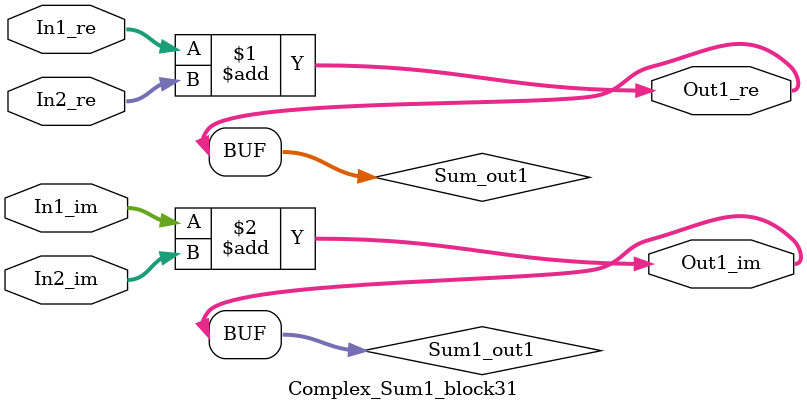
<source format=v>



`timescale 1 ns / 1 ns

module Complex_Sum1_block31
          (In1_re,
           In1_im,
           In2_re,
           In2_im,
           Out1_re,
           Out1_im);


  input   signed [36:0] In1_re;  // sfix37_En22
  input   signed [36:0] In1_im;  // sfix37_En22
  input   signed [36:0] In2_re;  // sfix37_En22
  input   signed [36:0] In2_im;  // sfix37_En22
  output  signed [36:0] Out1_re;  // sfix37_En22
  output  signed [36:0] Out1_im;  // sfix37_En22


  wire signed [36:0] Sum_out1;  // sfix37_En22
  wire signed [36:0] Sum1_out1;  // sfix37_En22


  assign Sum_out1 = In1_re + In2_re;



  assign Out1_re = Sum_out1;

  assign Sum1_out1 = In1_im + In2_im;



  assign Out1_im = Sum1_out1;

endmodule  // Complex_Sum1_block31


</source>
